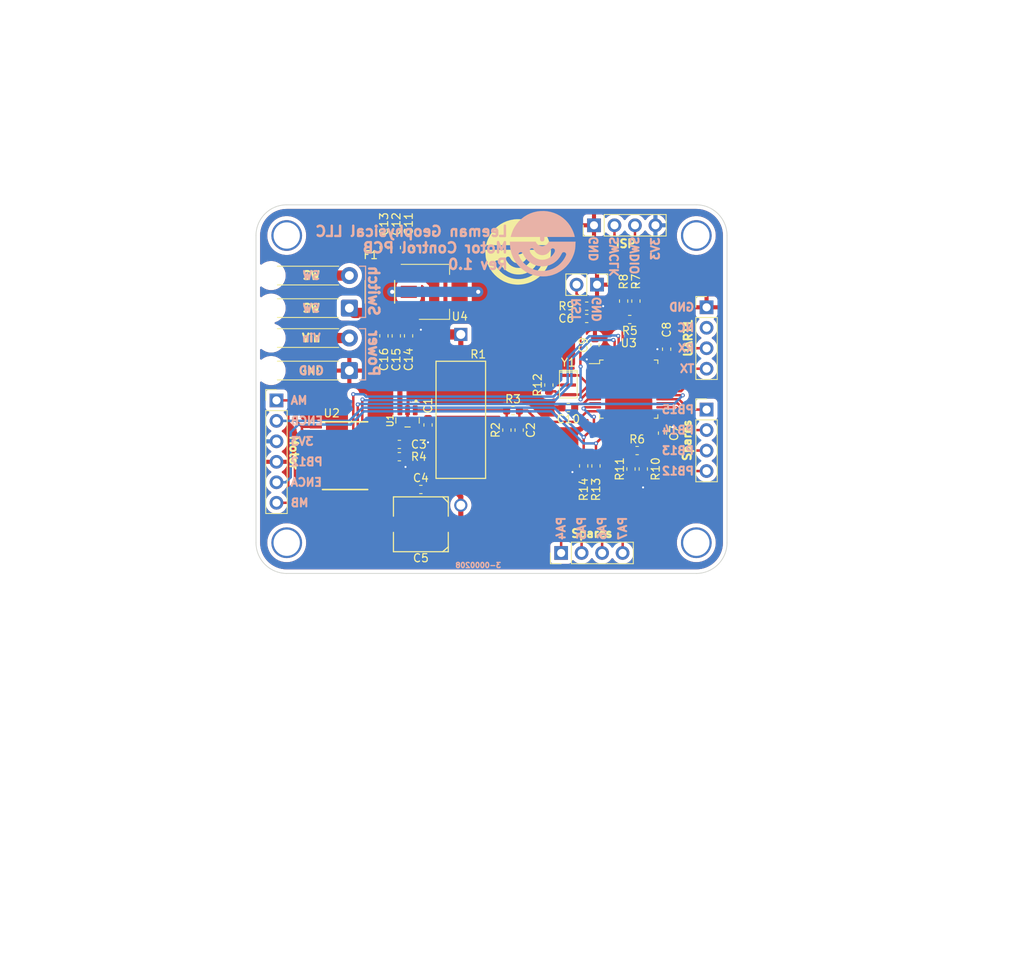
<source format=kicad_pcb>
(kicad_pcb (version 20211014) (generator pcbnew)
  (title_block (title "Motor PCB - NSSL EFM") (date "2024-03-26") (rev "1.0") (company "Leeman Geophysical LLC") (comment 1 "(479) 373-3736") (comment 2 "Gentry, AR 72734") (comment 3 "23830 West AR Highway 12"))
  (layers (0 "F.Cu" signal) (31 "B.Cu" signal) (34 "B.Paste" user) (35 "F.Paste" user) (36 "B.SilkS" user "B.Silkscreen") (37 "F.SilkS" user "F.Silkscreen") (38 "B.Mask" user) (39 "F.Mask" user) (44 "Edge.Cuts" user))
  (net 0 "")
  (net 1 "+3V3")
  (net 2 "Net-(C4-Pad2)")
  (net 3 "GND")
  (net 4 "Current_Sense")
  (net 5 "/microcontroller/Reset")
  (net 6 "Net-(F1-Pad1)")
  (net 7 "Motor_Encoder_B")
  (net 8 "+BATT")
  (net 9 "Motor_Encoder_A")
  (net 10 "Net-(J1-Pad6)")
  (net 12 "Net-(J7-Pad2)")
  (net 13 "Net-(J1-Pad1)")
  (net 14 "/microcontroller/SWCLK")
  (net 15 "/microcontroller/SWDIO")
  (net 16 "Net-(J4-Pad1)")
  (net 17 "Net-(J4-Pad2)")
  (net 18 "Net-(J4-Pad3)")
  (net 19 "Net-(J4-Pad4)")
  (net 20 "Net-(J5-Pad4)")
  (net 21 "Net-(J5-Pad3)")
  (net 22 "Net-(J5-Pad2)")
  (net 23 "Net-(J5-Pad1)")
  (net 24 "UART1_TX")
  (net 25 "UART1_RX")
  (net 26 "Net-(R4-Pad2)")
  (net 27 "Net-(R5-Pad2)")
  (net 28 "Net-(R2-Pad1)")
  (net 29 "Net-(R10-Pad2)")
  (net 30 "Net-(R12-Pad2)")
  (net 34 "/microcontroller/Boot0")
  (net 35 "/microcontroller/Boot1")
  (net 36 "Net-(R12-Pad1)")
  (net 41 "DriverAin1")
  (net 42 "DriverAin2")
  (net 43 "DriverPWM")
  (footprint "mechanical:MountingHole_imperial4" (layer "F.Cu") (at 168.91 118.11)
    (fp_text reference "H1" hide)
    (fp_text value "Imperial4")
  )
  (footprint "mechanical:MountingHole_imperial4" (layer "F.Cu") (at 118.11 118.11)
    (fp_text reference "H2" hide)
    (fp_text value "Imperial4")
  )
  (footprint "mechanical:MountingHole_imperial4" (layer "F.Cu") (at 168.91 80.01)
    (fp_text reference "H3" hide)
    (fp_text value "Imperial4")
  )
  (footprint "mechanical:MountingHole_imperial4" (layer "F.Cu") (at 118.11 80.01)
    (fp_text reference "H4" hide)
    (fp_text value "Imperial4")
  )
  (footprint "capacitors_0603:1-0000007" (layer "F.Cu") (at 164.719 104.521 -90)
    (fp_text reference "C7")
    (fp_text value "1-0000007")
  )
  (footprint "capacitors_0603:1-0000007" (layer "F.Cu") (at 134.747 111.506)
    (fp_text reference "C4")
    (fp_text value "1-0000007")
  )
  (footprint "np_connectors:PinHeader_1x04_P2.54mm_Vertical" (layer "F.Cu") (at 170.18 101.6)
    (fp_text reference "J4" hide)
    (fp_text value "NP_Conn_01x04")
  )
  (footprint "capacitors_0603:1-0000018" (layer "F.Cu") (at 131.699 81.5085 90)
    (fp_text reference "C12")
    (fp_text value "1-0000018")
  )
  (footprint "mechanical:Fiducial_1mm_Mask2mm" (layer "F.Cu") (at 163.83 119.38)
    (fp_text reference "FID2" hide)
    (fp_text value "Fiducial_1mm_2mm")
  )
  (footprint "capacitors_0603:1-0000018" (layer "F.Cu") (at 155.321 90.297)
    (fp_text reference "C6")
    (fp_text value "1-0000018")
  )
  (footprint "np_connectors:PinHeader_1x04_P2.54mm_Vertical" (layer "F.Cu") (at 152.146 119.38 90)
    (fp_text reference "J5" hide)
    (fp_text value "NP_Conn_01x04")
  )
  (footprint "capacitors_0603:1-0000007" (layer "F.Cu") (at 133.223 92.456 -90)
    (fp_text reference "C14")
    (fp_text value "1-0000007")
  )
  (footprint "resistors_0603:1-0000010" (layer "F.Cu") (at 145.415 104.14 -90)
    (fp_text reference "R2")
    (fp_text value "1-0000010")
  )
  (footprint "capacitors_0603:1-0000007" (layer "F.Cu") (at 130.175 81.5085 90)
    (fp_text reference "C13")
    (fp_text value "1-0000007")
  )
  (footprint "misc:barepcb" (layer "F.Cu") (at 162.941 170.18)
    (fp_text reference "PCB1")
    (fp_text value "barepcb")
  )
  (footprint "np_connectors:PinHeader_1x04_P2.54mm_Vertical" (layer "F.Cu") (at 156.22 78.74 90)
    (fp_text reference "J3" hide)
    (fp_text value "NP_Conn_01x04")
  )
  (footprint "np_connectors:SolderWire_1x02_Relief" (layer "F.Cu") (at 126.475 86.941 -90)
    (fp_text reference "J8" hide)
    (fp_text value "NP_Conn_01x02_Relief")
  )
  (footprint "np_connectors:PinHeader_1x04_P2.54mm_Vertical" (layer "F.Cu") (at 170.18 88.91)
    (fp_text reference "J6" hide)
    (fp_text value "NP_Conn_01x04")
  )
  (footprint "crystals_resonators:1-0000721" (layer "F.Cu") (at 153.035 98.552 -90)
    (fp_text reference "Y1")
    (fp_text value "1-0000721")
  )
  (footprint "resistors_0603:1-0000006" (layer "F.Cu") (at 150.622 98.552 -90)
    (fp_text reference "R12")
    (fp_text value "1-0000006")
  )
  (footprint "capacitors_0603:1-0000005" (layer "F.Cu") (at 133.223 81.5085 90)
    (fp_text reference "C11")
    (fp_text value "1-0000005")
  )
  (footprint "resistors_0603:1-0000009" (layer "F.Cu") (at 146.177 101.727)
    (fp_text reference "R3")
    (fp_text value "1-0000009")
  )
  (footprint "resistors_0603:1-0000010" (layer "F.Cu") (at 156.464 108.585 90)
    (fp_text reference "R13")
    (fp_text value "1-0000010")
  )
  (footprint "resistors_0603:1-0000006" (layer "F.Cu") (at 161.417 88.138 -90)
    (fp_text reference "R7")
    (fp_text value "1-0000006")
  )
  (footprint "resistors_0603:1-0000010" (layer "F.Cu") (at 132.08 107.442 180)
    (fp_text reference "R4")
    (fp_text value "1-0000010")
  )
  (footprint "np_connectors:SolderWire_1x02_Relief" (layer "F.Cu") (at 126.475 94.688 -90)
    (fp_text reference "J7" hide)
    (fp_text value "NP_Conn_01x02_Relief")
  )
  (footprint "np_connectors:PinHeader_1x06_P2.54mm_Vertical" (layer "F.Cu") (at 116.84 100.457)
    (fp_text reference "J1" hide)
    (fp_text value "NP_Conn_01x06")
  )
  (footprint "capacitors:1-0000176" (layer "F.Cu") (at 134.747 115.824 -90)
    (fp_text reference "C5")
    (fp_text value "1-0000176")
  )
  (footprint "regulators:1-0000196" (layer "F.Cu") (at 136.398 86.995)
    (fp_text reference "U4")
    (fp_text value "1-0000196")
  )
  (footprint "capacitors_0603:1-0000018" (layer "F.Cu") (at 131.699 92.456 -90)
    (fp_text reference "C15")
    (fp_text value "1-0000018")
  )
  (footprint "resistors_0603:1-0000006" (layer "F.Cu") (at 160.8075 108.966 -90)
    (fp_text reference "R11")
    (fp_text value "1-0000006")
  )
  (footprint "capacitors_0603:1-0000007" (layer "F.Cu") (at 135.636 103.505 90)
    (fp_text reference "C1")
    (fp_text value "1-0000007")
  )
  (footprint "resistors_0603:1-0000010" (layer "F.Cu") (at 155.321 88.773 180)
    (fp_text reference "R9")
    (fp_text value "1-0000010")
  )
  (footprint "resistors_0603:1-0000006" (layer "F.Cu") (at 162.3315 108.966 90)
    (fp_text reference "R10")
    (fp_text value "1-0000006")
  )
  (footprint "resistors_0603:1-0000174" (layer "F.Cu") (at 160.655 90.424)
    (fp_text reference "R5")
    (fp_text value "1-0000174")
  )
  (footprint "others:1-0000452" (layer "F.Cu") (at 133.096 102.955 -90)
    (fp_text reference "U1")
    (fp_text value "1-0000452")
  )
  (footprint "microcontrollers:1-0000207" (layer "F.Cu") (at 160.528 99.06)
    (fp_text reference "U3")
    (fp_text value "1-0000207")
  )
  (footprint "resistors_0603:1-0000010" (layer "F.Cu") (at 154.94 108.585 90)
    (fp_text reference "R14")
    (fp_text value "1-0000010")
  )
  (footprint "capacitors_0603:1-0000007" (layer "F.Cu") (at 153.035 101.346 180)
    (fp_text reference "C10")
    (fp_text value "1-0000007")
  )
  (footprint "capacitors_0603:1-0000007" (layer "F.Cu") (at 156.337 93.599 90)
    (fp_text reference "C9")
    (fp_text value "1-0000007")
  )
  (footprint "capacitors_0603:1-0000007" (layer "F.Cu") (at 165.227 94.107 90)
    (fp_text reference "C8")
    (fp_text value "1-0000007")
  )
  (footprint "resistors_0603:1-0000174" (layer "F.Cu") (at 161.5695 106.68)
    (fp_text reference "R6")
    (fp_text value "1-0000174")
  )
  (footprint "resistors:1-0001546" (layer "F.Cu") (at 139.7 92.2782 -90)
    (fp_text reference "R1")
    (fp_text value "1-0001546" hide)
  )
  (footprint "capacitors_0603:1-0000005" (layer "F.Cu") (at 130.166 92.456 -90)
    (fp_text reference "C16")
    (fp_text value "1-0000005")
  )
  (footprint "pcb_graphics:PCB Logo Standard" (layer "F.Cu") (at 146.812 82.042)
    (fp_text reference "G***" hide)
    (fp_text value "LOGO" hide)
  )
  (footprint "resistors_0603:1-0000006" (layer "F.Cu") (at 159.893 88.138 90)
    (fp_text reference "R8")
    (fp_text value "1-0000006")
  )
  (footprint "motor_drivers:1-0001532" (layer "F.Cu") (at 125.349 107.315)
    (fp_text reference "U2")
    (fp_text value "1-0001532")
  )
  (footprint "fuses:1-0001547" (layer "F.Cu") (at 129.667 86.995 90)
    (fp_text reference "F1")
    (fp_text value "1-0001547" hide)
  )
  (footprint "capacitors_0603:1-0000007" (layer "F.Cu") (at 146.939 104.14 -90)
    (fp_text reference "C2")
    (fp_text value "1-0000007")
  )
  (footprint "np_connectors:PinHeader_1x02_P2.54mm_Vertical" (layer "F.Cu") (at 156.596 86.106 -90)
    (fp_text reference "J2" hide)
    (fp_text value "NP_Conn_01x02")
  )
  (footprint "capacitors_0603:1-0000007" (layer "F.Cu") (at 132.08 105.918 180)
    (fp_text reference "C3")
    (fp_text value "1-0000007")
  )
  (footprint "mechanical:Fiducial_1mm_Mask2mm" (layer "F.Cu") (at 123.19 78.74)
    (fp_text reference "FID1" hide)
    (fp_text value "Fiducial_1mm_2mm")
  )
  (footprint "pcb_graphics:PCB Logo Standard" (layer "B.Cu") (at 149.86 81.026 180)
    (fp_text reference "G***" hide)
    (fp_text value "LOGO" hide)
  )
  (gr_line (start 127.889 83.82) (end 127.889 90.17) (layer "B.SilkS") (width 0.15))
  (gr_line (start 127.889 97.917) (end 127.127 97.917) (layer "B.SilkS") (width 0.15))
  (gr_line (start 127.127 91.567) (end 127.889 91.567) (layer "B.SilkS") (width 0.15))
  (gr_line (start 127.889 90.17) (end 127.127 90.17) (layer "B.SilkS") (width 0.15))
  (gr_line (start 127.889 91.567) (end 127.889 97.917) (layer "B.SilkS") (width 0.15))
  (gr_line (start 127.127 83.82) (end 127.889 83.82) (layer "B.SilkS") (width 0.15))
  (gr_line (start 114.3 118.11) (end 114.300001 80.010001) (layer "Edge.Cuts") (width 0.1))
  (gr_arc (start 114.300001 80.010001) (mid 115.415924 77.315924) (end 118.110001 76.200001) (layer "Edge.Cuts") (width 0.1))
  (gr_arc (start 118.11 121.92) (mid 115.415923 120.804077) (end 114.3 118.11) (layer "Edge.Cuts") (width 0.1))
  (gr_arc (start 172.72 118.11) (mid 171.604077 120.804077) (end 168.91 121.92) (layer "Edge.Cuts") (width 0.1))
  (gr_arc (start 168.91 76.2) (mid 171.604077 77.315923) (end 172.72 80.01) (layer "Edge.Cuts") (width 0.1))
  (gr_line (start 118.110001 76.200001) (end 168.91 76.2) (layer "Edge.Cuts") (width 0.1))
  (gr_line (start 172.72 80.01) (end 172.72 118.11) (layer "Edge.Cuts") (width 0.1))
  (gr_line (start 168.91 121.92) (end 118.11 121.92) (layer "Edge.Cuts") (width 0.1))
  (gr_text "SWCLK" (at 158.75 82.6262 90) (layer "B.SilkS") (effects (font (size 1 1) (thickness 0.25)) (justify mirror)))
  (gr_text "PB12" (at 166.624 109.22) (layer "B.SilkS") (effects (font (size 1 1) (thickness 0.25)) (justify mirror)))
  (gr_text "GND" (at 121.158 96.774) (layer "B.SilkS") (effects (font (size 1 1) (thickness 0.25)) (justify mirror)))
  (gr_text "PA4" (at 152.146 116.332 90) (layer "B.SilkS") (effects (font (size 1 1) (thickness 0.25)) (justify mirror)))
  (gr_text "MA" (at 119.634 100.457) (layer "B.SilkS") (effects (font (size 1 1) (thickness 0.25)) (justify mirror)))
  (gr_text "Vin" (at 121.158 92.71) (layer "B.SilkS") (effects (font (size 1 1) (thickness 0.25)) (justify mirror)))
  (gr_text "PA7" (at 159.766 116.332 90) (layer "B.SilkS") (effects (font (size 1 1) (thickness 0.25)) (justify mirror)))
  (gr_text "Switch" (at 128.905 86.868 270) (layer "B.SilkS") (effects (font (size 1.27 1.27) (thickness 0.3175)) (justify mirror)))
  (gr_text "GND" (at 167.092381 88.9) (layer "B.SilkS") (effects (font (size 1 1) (thickness 0.25)) (justify mirror)))
  (gr_text "ENCB" (at 120.61019 102.997) (layer "B.SilkS") (effects (font (size 1 1) (thickness 0.25)) (justify mirror)))
  (gr_text "SW" (at 121.158 89.027) (layer "B.SilkS") (effects (font (size 1 1) (thickness 0.25)) (justify mirror)))
  (gr_text "SW" (at 121.158 84.963) (layer "B.SilkS") (effects (font (size 1 1) (thickness 0.25)) (justify mirror)))
  (gr_text "MB" (at 119.705428 113.157) (layer "B.SilkS") (effects (font (size 1 1) (thickness 0.25)) (justify mirror)))
  (gr_text "GND" (at 156.591 89.154 90) (layer "B.SilkS") (effects (font (size 1 1) (thickness 0.25)) (justify mirror)))
  (gr_text "TX" (at 167.759048 96.52) (layer "B.SilkS") (effects (font (size 1 1) (thickness 0.25)) (justify mirror)))
  (gr_text "SWDIO" (at 161.29 82.4738 90) (layer "B.SilkS") (effects (font (size 1 1) (thickness 0.25)) (justify mirror)))
  (gr_text "PA5" (at 154.686 116.332 90) (layer "B.SilkS") (effects (font (size 1 1) (thickness 0.25)) (justify mirror)))
  (gr_text "PB13" (at 166.624 106.68) (layer "B.SilkS") (effects (font (size 1 1) (thickness 0.25)) (justify mirror)))
  (gr_text "RX" (at 167.64 93.98) (layer "B.SilkS") (effects (font (size 1 1) (thickness 0.25)) (justify mirror)))
  (gr_text "ENCA" (at 120.538762 110.617) (layer "B.SilkS") (effects (font (size 1 1) (thickness 0.25)) (justify mirror)))
  (gr_text "RST" (at 154.051 89.154 90) (layer "B.SilkS") (effects (font (size 1 1) (thickness 0.25)) (justify mirror)))
  (gr_text "PB15" (at 166.624 101.6) (layer "B.SilkS") (effects (font (size 1 1) (thickness 0.25)) (justify mirror)))
  (gr_text "NC" (at 167.592381 91.44) (layer "B.SilkS") (effects (font (size 1 1) (thickness 0.25)) (justify mirror)))
  (gr_text "GND" (at 156.21 81.661 90) (layer "B.SilkS") (effects (font (size 1 1) (thickness 0.25)) (justify mirror)))
  (gr_text "PB14" (at 166.624 104.14) (layer "B.SilkS") (effects (font (size 1 1) (thickness 0.25)) (justify mirror)))
  (gr_text "Power" (at 128.905 94.615 270) (layer "B.SilkS") (effects (font (size 1.27 1.27) (thickness 0.3175)) (justify mirror)))
  (gr_text "3-0000208" (at 141.859 120.904) (layer "B.SilkS") (effects (font (size 0.635 0.635) (thickness 0.15875)) (justify mirror)))
  (gr_text "3V3" (at 163.83 81.661 90) (layer "B.SilkS") (effects (font (size 1 1) (thickness 0.25)) (justify mirror)))
  (gr_text "PA6" (at 157.226 116.332 90) (layer "B.SilkS") (effects (font (size 1 1) (thickness 0.25)) (justify mirror)))
  (gr_text "PB12" (at 120.586381 108.077) (layer "B.SilkS") (effects (font (size 1 1) (thickness 0.25)) (justify mirror)))
  (gr_text "Leeman Geophysical LLC\nMotor Control PCB\nRev 1.0" (at 145.669 81.534) (layer "B.SilkS") (effects (font (size 1.27 1.27) (thickness 0.3)) (justify left mirror)))
  (gr_text "3V3" (at 120.014952 105.537) (layer "B.SilkS") (effects (font (size 1 1) (thickness 0.25)) (justify mirror)))
  (gr_text "SW" (at 121.158 89.027) (layer "F.SilkS") (effects (font (size 1 1) (thickness 0.25))))
  (gr_text "GND" (at 121.158 96.774) (layer "F.SilkS") (effects (font (size 1 1) (thickness 0.25))))
  (gr_text "ISP" (at 160.147 81.026) (layer "F.SilkS") (effects (font (size 1 1) (thickness 0.25))))
  (gr_text "Motor" (at 118.999 106.934 270) (layer "F.SilkS") (effects (font (size 1 1) (thickness 0.25))))
  (gr_text "Vin" (at 121.158 92.71) (layer "F.SilkS") (effects (font (size 1 1) (thickness 0.25))))
  (gr_text "Spares" (at 167.767 105.41 90) (layer "F.SilkS") (effects (font (size 1 1) (thickness 0.25))))
  (gr_text "Spares" (at 155.956 116.967) (layer "F.SilkS") (effects (font (size 1 1) (thickness 0.25))))
  (gr_text "UART1" (at 167.894 92.71 90) (layer "F.SilkS") (effects (font (size 1 1) (thickness 0.25))))
  (gr_text "SW" (at 121.158 84.963) (layer "F.SilkS") (effects (font (size 1 1) (thickness 0.25))))
  (segment (start 134.7215 91.6685) (end 134.747 91.694) (width 0.3048) (layer "F.Cu") (net 1))
  (segment (start 156.3115 94.3865) (end 156.337 94.3865) (width 0.3048) (layer "F.Cu") (net 1))
  (segment (start 164.719 103.7335) (end 165.9635 103.7335) (width 0.3048) (layer "F.Cu") (net 1))
  (segment (start 131.699 91.6685) (end 130.166 91.6685) (width 0.3048) (layer "F.Cu") (net 1))
  (segment (start 135.636 104.2925) (end 134.1285 104.2925) (width 0.3048) (layer "F.Cu") (net 1))
  (segment (start 164.6905 96.31) (end 164.6905 95.983375) (width 0.3048) (layer "F.Cu") (net 1))
  (segment (start 164.4395 94.107) (end 165.227 94.8945) (width 0.3048) (layer "F.Cu") (net 1))
  (segment (start 133.248 89.295) (end 133.248 91.6435) (width 0.3048) (layer "F.Cu") (net 1))
  (segment (start 161.417 87.3505) (end 161.417 85.979) (width 0.3048) (layer "F.Cu") (net 1))
  (segment (start 154.8892 100.8888) (end 154.2797 100.8888) (width 0.3048) (layer "F.Cu") (net 1))
  (segment (start 162.3315 111.2265) (end 162.306 111.252) (width 0.3048) (layer "F.Cu") (net 1))
  (segment (start 134.1285 104.2925) (end 134.046 104.21) (width 0.3048) (layer "F.Cu") (net 1))
  (segment (start 162.3315 109.7535) (end 162.3315 111.2265) (width 0.3048) (layer "F.Cu") (net 1))
  (segment (start 156.3655 100.31) (end 155.468 100.31) (width 0.3048) (layer "F.Cu") (net 1))
  (segment (start 130.0705 106.34) (end 128.974 106.34) (width 0.3048) (layer "F.Cu") (net 1))
  (segment (start 132.8675 107.442) (end 132.8675 108.6865) (width 0.3048) (layer "F.Cu") (net 1))
  (segment (start 165.9635 103.7335) (end 165.989 103.759) (width 0.3048) (layer "F.Cu") (net 1))
  (segment (start 156.848 94.8975) (end 156.337 94.3865) (width 0.3048) (layer "F.Cu") (net 1))
  (segment (start 131.2925 105.918) (end 130.4925 105.918) (width 0.3048) (layer "F.Cu") (net 1))
  (segment (start 164.208 103.2225) (end 164.719 103.7335) (width 0.3048) (layer "F.Cu") (net 1))
  (segment (start 133.248 91.6435) (end 133.223 91.6685) (width 0.3048) (layer "F.Cu") (net 1))
  (segment (start 153.8225 101.346) (end 153.8225 102.3365) (width 0.3048) (layer "F.Cu") (net 1))
  (segment (start 131.2925 105.918) (end 131.3435 105.918) (width 0.3048) (layer "F.Cu") (net 1))
  (segment (start 154.94 109.3725) (end 153.5685 109.3725) (width 0.3048) (layer "F.Cu") (net 1))
  (segment (start 155.468 100.31) (end 154.8892 100.8888) (width 0.3048) (layer "F.Cu") (net 1))
  (segment (start 133.223 91.6685) (end 131.699 91.6685) (width 0.3048) (layer "F.Cu") (net 1))
  (segment (start 135.636 104.2925) (end 135.636 105.664) (width 0.3048) (layer "F.Cu") (net 1))
  (segment (start 132.8675 108.6865) (end 132.842 108.712) (width 0.3048) (layer "F.Cu") (net 1))
  (segment (start 155.321 95.377) (end 156.3115 94.3865) (width 0.3048) (layer "F.Cu") (net 1))
  (segment (start 163.278 103.2225) (end 164.208 103.2225) (width 0.3048) (layer "F.Cu") (net 1))
  (segment (start 133.223 91.6685) (end 134.7215 91.6685) (width 0.3048) (layer "F.Cu") (net 1))
  (segment (start 153.5685 109.3725) (end 153.543 109.347) (width 0.3048) (layer "F.Cu") (net 1))
  (segment (start 156.464 109.3725) (end 154.94 109.3725) (width 0.3048) (layer "F.Cu") (net 1))
  (segment (start 153.8225 102.3365) (end 153.67 102.489) (width 0.3048) (layer "F.Cu") (net 1))
  (segment (start 165.227 95.446875) (end 165.227 94.8945) (width 0.3048) (layer "F.Cu") (net 1))
  (segment (start 131.3435 105.918) (end 132.8675 107.442) (width 0.3048) (layer "F.Cu") (net 1))
  (segment (start 130.4925 105.918) (end 130.0705 106.34) (width 0.3048) (layer "F.Cu") (net 1))
  (segment (start 164.6905 95.983375) (end 165.227 95.446875) (width 0.3048) (layer "F.Cu") (net 1))
  (segment (start 164.084 94.107) (end 164.4395 94.107) (width 0.3048) (layer "F.Cu") (net 1))
  (segment (start 154.2797 100.8888) (end 153.8225 101.346) (width 0.3048) (layer "F.Cu") (net 1))
  (segment (start 157.778 94.8975) (end 156.848 94.8975) (width 0.3048) (layer "F.Cu") (net 1))
  (segment (start 156.1085 88.773) (end 157.353 88.773) (width 0.3048) (layer "F.Cu") (net 1))
  (via (at 132.842 108.712) (size 0.508) (drill 0.254) (layers "F.Cu" "B.Cu") (net 1))
  (via (at 155.321 95.377) (size 0.508) (drill 0.254) (layers "F.Cu" "B.Cu") (net 1))
  (via (at 135.636 105.664) (size 0.508) (drill 0.254) (layers "F.Cu" "B.Cu") (net 1))
  (via (at 157.353 88.773) (size 0.508) (drill 0.254) (layers "F.Cu" "B.Cu") (net 1))
  (via (at 164.084 94.107) (size 0.508) (drill 0.254) (layers "F.Cu" "B.Cu") (net 1))
  (via (at 165.989 103.759) (size 0.508) (drill 0.254) (layers "F.Cu" "B.Cu") (net 1))
  (via (at 153.67 102.489) (size 0.508) (drill 0.254) (layers "F.Cu" "B.Cu") (net 1))
  (via (at 161.417 85.979) (size 0.508) (drill 0.254) (layers "F.Cu" "B.Cu") (net 1))
  (via (at 134.747 91.694) (size 0.508) (drill 0.254) (layers "F.Cu" "B.Cu") (net 1))
  (via (at 162.306 111.252) (size 0.508) (drill 0.254) (layers "F.Cu" "B.Cu") (net 1))
  (via (at 153.543 109.347) (size 0.508) (drill 0.254) (layers "F.Cu" "B.Cu") (net 1))
  (segment (start 139.7 115.443) (end 139.319 115.824) (width 0.635) (layer "F.Cu") (net 2))
  (segment (start 131.045 103.74) (end 131.515 104.21) (width 0.3048) (layer "F.Cu") (net 2))
  (segment (start 139.7 113.4618) (end 139.7 115.443) (width 0.635) (layer "F.Cu") (net 2))
  (segment (start 132.146 104.21) (end 132.531 104.21) (width 0.508) (layer "F.Cu") (net 2))
  (segment (start 134.2645 105.9435) (end 134.2645 110.236) (width 0.508) (layer "F.Cu") (net 2))
  (segment (start 130.81 110.744) (end 130.81 110.236) (width 0.3048) (layer "F.Cu") (net 2))
  (segment (start 128.974 103.74) (end 131.045 103.74) (width 0.3048) (layer "F.Cu") (net 2))
  (segment (start 139.7 112.395) (end 139.7 113.4618) (width 0.635) (layer "F.Cu") (net 2))
  (segment (start 139.319 115.824) (end 137.447 115.824) (width 0.635) (layer "F.Cu") (net 2))
  (segment (start 130.81 110.236) (end 134.2645 110.236) (width 0.3048) (layer "F.Cu") (net 2))
  (segment (start 128.974 110.24) (end 130.806 110.24) (width 0.3048) (layer "F.Cu") (net 2))
  (segment (start 130.664 110.89) (end 130.81 110.744) (width 0.3048) (layer "F.Cu") (net 2))
  (segment (start 138.811 111.506) (end 139.7 112.395) (width 0.635) (layer "F.Cu") (net 2))
  (segment (start 130.806 110.24) (end 130.81 110.236) (width 0.3048) (layer "F.Cu") (net 2))
  (segment (start 135.5345 111.506) (end 134.2645 110.236) (width 0.635) (layer "F.Cu") (net 2))
  (segment (start 128.974 110.89) (end 130.664 110.89) (width 0.3048) (layer "F.Cu") (net 2))
  (segment (start 132.531 104.21) (end 134.2645 105.9435) (width 0.508) (layer "F.Cu") (net 2))
  (segment (start 135.5345 111.506) (end 138.811 111.506) (width 0.635) (layer "F.Cu") (net 2))
  (segment (start 131.515 104.21) (end 132.146 104.21) (width 0.3048) (layer "F.Cu") (net 2))
  (segment (start 120.549 108.94) (end 121.724 108.94) (width 0.3048) (layer "F.Cu") (net 3))
  (segment (start 166.4208 96.4692) (end 166.0372 96.8528) (width 0.3048) (layer "F.Cu") (net 3))
  (segment (start 132.8675 105.918) (end 133.7057 106.7562) (width 0.3048) (layer "F.Cu") (net 3))
  (segment (start 131.953 109.601) (end 129.992 107.64) (width 0.3048) (layer "F.Cu") (net 3))
  (segment (start 166.4208 94.0308) (end 166.4208 96.4692) (width 0.3048) (layer "F.Cu") (net 3))
  (segment (start 120.269 105.167) (end 120.269 105.537) (width 0.3048) (layer "F.Cu") (net 3))
  (segment (start 133.248 86.995) (end 131.191 86.995) (width 1.27) (layer "F.Cu") (net 3))
  (segment (start 165.227 93.3195) (end 165.7095 93.3195) (width 0.3048) (layer "F.Cu") (net 3))
  (segment (start 158.278 93.889) (end 157.861 93.472) (width 0.3048) (layer "F.Cu") (net 3))
  (segment (start 133.7057 106.7562) (end 133.7057 109.1183) (width 0.3048) (layer "F.Cu") (net 3))
  (segment (start 120.396 105.04) (end 120.269 105.167) (width 0.3048) (layer "F.Cu") (net 3))
  (segment (start 120.512 109.59) (end 120.396 109.474) (width 0.3048) (layer "F.Cu") (net 3))
  (segment (start 158.278 94.8975) (end 158.278 93.889) (width 0.3048) (layer "F.Cu") (net 3))
  (segment (start 121.724 109.59) (end 120.512 109.59) (width 0.3048) (layer "F.Cu") (net 3))
  (segment (start 164.6905 96.81) (end 163.485 96.81) (width 0.3048) (layer "F.Cu") (net 3))
  (segment (start 120.269 105.537) (end 120.422 105.69) (width 0.3048) (layer "F.Cu") (net 3))
  (segment (start 156.3655 99.81) (end 157.873 99.81) (width 0.3048) (layer "F.Cu") (net 3))
  (segment (start 120.422 105.69) (end 121.724 105.69) (width 0.3048) (layer "F.Cu") (net 3))
  (segment (start 153.035 98.552) (end 149.733 98.552) (width 0.3048) (layer "F.Cu") (net 3))
  (segment (start 129.992 107.64) (end 128.974 107.64) (width 0.3048) (layer "F.Cu") (net 3))
  (segment (start 164.7333 96.8528) (end 164.6905 96.81) (width 0.3048) (layer "F.Cu") (net 3))
  (segment (start 166.0372 96.8528) (end 164.7333 96.8528) (width 0.3048) (layer "F.Cu") (net 3))
  (segment (start 133.223 109.601) (end 131.953 109.601) (width 0.3048) (layer "F.Cu") (net 3))
  (segment (start 158.278 99.405) (end 158.278 94.8975) (width 0.3048) (layer "F.Cu") (net 3))
  (segment (start 157.873 99.81) (end 158.278 99.405) (width 0.3048) (layer "F.Cu") (net 3))
  (segment (start 133.7057 109.1183) (end 133.223 109.601) (width 0.3048) (layer "F.Cu") (net 3))
  (segment (start 120.396 109.474) (end 120.396 109.093) (width 0.3048) (layer "F.Cu") (net 3))
  (segment (start 121.724 105.04) (end 120.396 105.04) (width 0.3048) (layer "F.Cu") (net 3))
  (segment (start 165.7095 93.3195) (end 166.4208 94.0308) (width 0.3048) (layer "F.Cu") (net 3))
  (segment (start 128.974 107.64) (end 127.31 107.64) (width 0.3048) (layer "F.Cu") (net 3))
  (segment (start 162.778 103.2225) (end 162.778 104.485) (width 0.3048) (layer "F.Cu") (net 3))
  (segment (start 120.396 109.093) (end 120.549 108.94) (width 0.3048) (layer "F.Cu") (net 3))
  (via (at 131.191 86.995) (size 1.016) (drill 0.508) (layers "F.Cu" "B.Cu") (net 3))
  (via (at 141.859 86.995) (size 1.016) (drill 0.508) (layers "F.Cu" "B.Cu") (net 3))
  (segment (start 131.191 86.995) (end 141.859 86.995) (width 1.27) (layer "B.Cu") (net 3))
  (segment (start 154.051 103.124) (end 149.352 103.124) (width 0.3048) (layer "F.Cu") (net 4))
  (segment (start 155.365 101.81) (end 154.051 103.124) (width 0.3048) (layer "F.Cu") (net 4))
  (segment (start 149.352 103.124) (end 147.955 101.727) (width 0.3048) (layer "F.Cu") (net 4))
  (segment (start 146.9645 101.727) (end 146.9645 103.327) (width 0.3048) (layer "F.Cu") (net 4))
  (segment (start 156.3655 101.81) (end 155.365 101.81) (width 0.3048) (layer "F.Cu") (net 4))
  (segment (start 146.9645 103.327) (end 146.939 103.3525) (width 0.3048) (layer "F.Cu") (net 4))
  (segment (start 147.955 101.727) (end 146.9645 101.727) (width 0.3048) (layer "F.Cu") (net 4))
  (segment (start 155.579 99.31) (end 156.3655 99.31) (width 0.3048) (layer "F.Cu") (net 5))
  (segment (start 154.559 100.33) (end 155.579 99.31) (width 0.3048) (layer "F.Cu") (net 5))
  (segment (start 154.5335 88.773) (end 154.5335 90.297) (width 0.3048) (layer "F.Cu") (net 5))
  (segment (start 154.5335 90.297) (end 154.5335 96.2405) (width 0.3048) (layer "F.Cu") (net 5))
  (segment (start 154.559 88.7475) (end 154.5335 88.773) (width 0.3048) (layer "F.Cu") (net 5))
  (segment (start 154.559 87.757) (end 154.559 88.7475) (width 0.3048) (layer "F.Cu") (net 5))
  (segment (start 154.5335 96.2405) (end 154.559 96.266) (width 0.3048) (layer "F.Cu") (net 5))
  (segment (start 154.056 87.254) (end 154.559 87.757) (width 0.3048) (layer "F.Cu") (net 5))
  (segment (start 154.056 86.106) (end 154.056 87.254) (width 0.3048) (layer "F.Cu") (net 5))
  (via (at 154.559 96.266) (size 0.508) (drill 0.254) (layers "F.Cu" "B.Cu") (net 5))
  (via (at 154.559 100.33) (size 0.508) (drill 0.254) (layers "F.Cu" "B.Cu") (net 5))
  (segment (start 154.559 96.266) (end 154.559 100.33) (width 0.3048) (layer "B.Cu") (net 5))
  (segment (start 125.879 89.013) (end 126.4772 89.6112) (width 1.27) (layer "F.Cu") (net 6))
  (segment (start 126.4772 89.6112) (end 129.667 89.6112) (width 1.27) (layer "F.Cu") (net 6))
  (segment (start 154.94 105.029) (end 156.21 103.759) (width 0.3048) (layer "F.Cu") (net 7))
  (segment (start 154.94 107.7975) (end 154.94 105.029) (width 0.3048) (layer "F.Cu") (net 7))
  (segment (start 155.075443 101.31) (end 156.3655 101.31) (width 0.3048) (layer "F.Cu") (net 7))
  (segment (start 156.21 103.759) (end 156.21 102.489) (width 0.3048) (layer "F.Cu") (net 7))
  (segment (start 154.924931 101.460512) (end 155.075443 101.31) (width 0.3048) (layer "F.Cu") (net 7))
  (via (at 156.21 102.489) (size 0.508) (drill 0.254) (layers "F.Cu" "B.Cu") (net 7))
  (via (at 154.924931 101.460512) (size 0.508) (drill 0.254) (layers "F.Cu" "B.Cu") (net 7))
  (via (at 154.94 105.029) (size 0.508) (drill 0.254) (layers "F.Cu" "B.Cu") (net 7))
  (segment (start 127.495088 101.358912) (end 125.857 102.997) (width 0.3048) (layer "B.Cu") (net 7))
  (segment (start 155.953419 102.489) (end 154.924931 101.460512) (width 0.3048) (layer "B.Cu") (net 7))
  (segment (start 125.857 102.997) (end 116.84 102.997) (width 0.3048) (layer "B.Cu") (net 7))
  (segment (start 156.21 102.489) (end 155.953419 102.489) (width 0.3048) (layer "B.Cu") (net 7))
  (segment (start 154.94 105.029) (end 151.269912 101.358912) (width 0.3048) (layer "B.Cu") (net 7))
  (segment (start 151.269912 101.358912) (end 127.495088 101.358912) (width 0.3048) (layer "B.Cu") (net 7))
  (segment (start 133.223 84.67) (end 133.248 84.695) (width 1.27) (layer "F.Cu") (net 8))
  (segment (start 130.175 82.296) (end 133.223 82.296) (width 1.27) (layer "F.Cu") (net 8))
  (segment (start 135.114 84.695) (end 133.248 84.695) (width 1.27) (layer "F.Cu") (net 8))
  (segment (start 129.667 82.804) (end 130.175 82.296) (width 1.27) (layer "F.Cu") (net 8))
  (segment (start 136.398 85.979) (end 135.114 84.695) (width 1.27) (layer "F.Cu") (net 8))
  (segment (start 136.398 91.059) (end 136.398 85.979) (width 1.27) (layer "F.Cu") (net 8))
  (segment (start 139.7 92.2782) (end 137.6172 92.2782) (width 1.27) (layer "F.Cu") (net 8))
  (segment (start 132.146 98.613) (end 133.604 97.155) (width 0.635) (layer "F.Cu") (net 8))
  (segment (start 133.604 97.155) (end 138.303 97.155) (width 0.635) (layer "F.Cu") (net 8))
  (segment (start 133.223 82.296) (end 133.223 84.67) (width 1.27) (layer "F.Cu") (net 8))
  (segment (start 139.7 95.758) (end 139.7 92.2782) (width 0.635) (layer "F.Cu") (net 8))
  (segment (start 138.303 97.155) (end 139.7 95.758) (width 0.635) (layer "F.Cu") (net 8))
  (segment (start 132.146 101.7) (end 132.146 98.613) (width 0.635) (layer "F.Cu") (net 8))
  (segment (start 137.6172 92.2782) (end 136.398 91.059) (width 1.27) (layer "F.Cu") (net 8))
  (segment (start 129.667 84.3788) (end 129.667 82.804) (width 1.27) (layer "F.Cu") (net 8))
  (segment (start 157.778 103.2225) (end 157.778 104.477) (width 0.3048) (layer "F.Cu") (net 9))
  (segment (start 157.778 104.477) (end 156.464 105.791) (width 0.3048) (layer "F.Cu") (net 9))
  (segment (start 156.464 105.791) (end 156.464 107.7975) (width 0.3048) (layer "F.Cu") (net 9))
  (via (at 156.464 105.791) (size 0.508) (drill 0.254) (layers "F.Cu" "B.Cu") (net 9))
  (segment (start 154.911737 105.791) (end 150.936849 101.816112) (width 0.3048) (layer "B.Cu") (net 9))
  (segment (start 117.983 110.617) (end 116.84 110.617) (width 0.3048) (layer "B.Cu") (net 9))
  (segment (start 119.5578 103.4542) (end 118.618 104.394) (width 0.3048) (layer "B.Cu") (net 9))
  (segment (start 118.618 104.394) (end 118.618 109.982) (width 0.3048) (layer "B.Cu") (net 9))
  (segment (start 118.618 109.982) (end 117.983 110.617) (width 0.3048) (layer "B.Cu") (net 9))
  (segment (start 156.464 105.791) (end 154.911737 105.791) (width 0.3048) (layer "B.Cu") (net 9))
  (segment (start 150.936849 101.816112) (end 127.684466 101.816112) (width 0.3048) (layer "B.Cu") (net 9))
  (segment (start 126.046378 103.4542) (end 119.5578 103.4542) (width 0.3048) (layer "B.Cu") (net 9))
  (segment (start 127.684466 101.816112) (end 126.046378 103.4542) (width 0.3048) (layer "B.Cu") (net 9))
  (segment (start 120.213 106.609) (end 120.213 106.99) (width 0.3048) (layer "F.Cu") (net 10))
  (segment (start 121.724 106.34) (end 120.482 106.34) (width 0.3048) (layer "F.Cu") (net 10))
  (segment (start 119.126 112.268) (end 119.126 108.077) (width 0.3048) (layer "F.Cu") (net 10))
  (segment (start 120.482 106.34) (end 120.213 106.609) (width 0.3048) (layer "F.Cu") (net 10))
  (segment (start 118.237 113.157) (end 119.126 112.268) (width 0.3048) (layer "F.Cu") (net 10))
  (segment (start 119.126 108.077) (end 120.213 106.99) (width 0.3048) (layer "F.Cu") (net 10))
  (segment (start 120.213 106.99) (end 121.724 106.99) (width 0.3048) (layer "F.Cu") (net 10))
  (segment (start 116.84 113.157) (end 118.237 113.157) (width 0.3048) (layer "F.Cu") (net 10))
  (segment (start 123.063 85.979) (end 123.063 91.694) (width 1.27) (layer "F.Cu") (net 12))
  (segment (start 125.879 84.977) (end 124.065 84.977) (width 1.27) (layer "F.Cu") (net 12))
  (segment (start 123.063 91.694) (end 124.093 92.724) (width 1.27) (layer "F.Cu") (net 12))
  (segment (start 124.065 84.977) (end 123.063 85.979) (width 1.27) (layer "F.Cu") (net 12))
  (segment (start 124.093 92.724) (end 125.879 92.724) (width 1.27) (layer "F.Cu") (net 12))
  (segment (start 118.364 100.457) (end 116.84 100.457) (width 0.3048) (layer "F.Cu") (net 13))
  (segment (start 119.126 102.87) (end 119.126 101.219) (width 0.3048) (layer "F.Cu") (net 13))
  (segment (start 119.996 103.74) (end 119.126 102.87) (width 0.3048) (layer "F.Cu") (net 13))
  (segment (start 120.265 104.39) (end 121.724 104.39) (width 0.3048) (layer "F.Cu") (net 13))
  (segment (start 119.126 101.219) (end 118.364 100.457) (width 0.3048) (layer "F.Cu") (net 13))
  (segment (start 119.996 103.74) (end 119.996 104.121) (width 0.3048) (layer "F.Cu") (net 13))
  (segment (start 119.996 104.121) (end 120.265 104.39) (width 0.3048) (layer "F.Cu") (net 13))
  (segment (start 121.724 103.74) (end 119.996 103.74) (width 0.3048) (layer "F.Cu") (net 13))
  (segment (start 158.76 80.02) (end 158.76 78.74) (width 0.3048) (layer "F.Cu") (net 14))
  (segment (start 163.278 82.898578) (end 161.024422 80.645) (width 0.3048) (layer "F.Cu") (net 14))
  (segment (start 161.024422 80.645) (end 159.385 80.645) (width 0.3048) (layer "F.Cu") (net 14))
  (segment (start 159.385 80.645) (end 158.76 80.02) (width 0.3048) (layer "F.Cu") (net 14))
  (segment (start 163.278 94.8975) (end 163.278 82.898578) (width 0.3048) (layer "F.Cu") (net 14))
  (segment (start 164.338 92.329) (end 163.7352 91.7262) (width 0.3048) (layer "F.Cu") (net 15))
  (segment (start 163.735199 82.709199) (end 161.3 80.274) (width 0.3048) (layer "F.Cu") (net 15))
  (segment (start 161.3 80.274) (end 161.3 78.74) (width 0.3048) (layer "F.Cu") (net 15))
  (segment (start 166.878 96.658578) (end 166.878 93.218) (width 0.3048) (layer "F.Cu") (net 15))
  (segment (start 166.226578 97.31) (end 166.878 96.658578) (width 0.3048) (layer "F.Cu") (net 15))
  (segment (start 163.7352 91.7262) (end 163.735199 82.709199) (width 0.3048) (layer "F.Cu") (net 15))
  (segment (start 166.878 93.218) (end 165.989 92.329) (width 0.3048) (layer "F.Cu") (net 15))
  (segment (start 164.6905 97.31) (end 166.226578 97.31) (width 0.3048) (layer "F.Cu") (net 15))
  (segment (start 165.989 92.329) (end 164.338 92.329) (width 0.3048) (layer "F.Cu") (net 15))
  (segment (start 166.731 100.31) (end 168.021 101.6) (width 0.3048) (layer "F.Cu") (net 16))
  (segment (start 164.6905 100.31) (end 166.731 100.31) (width 0.3048) (layer "F.Cu") (net 16))
  (segment (start 168.021 101.6) (end 170.18 101.6) (width 0.3048) (layer "F.Cu") (net 16))
  (segment (start 167.894 102.119578) (end 167.894 103.632) (width 0.3048) (layer "F.Cu") (net 17))
  (segment (start 168.402 104.14) (end 170.18 104.14) (width 0.3048) (layer "F.Cu") (net 17))
  (segment (start 164.6905 100.81) (end 166.584422 100.81) (width 0.3048) (layer "F.Cu") (net 17))
  (segment (start 166.584422 100.81) (end 167.894 102.119578) (width 0.3048) (layer "F.Cu") (net 17))
  (segment (start 167.894 103.632) (end 168.402 104.14) (width 0.3048) (layer "F.Cu") (net 17))
  (segment (start 167.4368 105.8418) (end 168.275 106.68) (width 0.3048) (layer "F.Cu") (net 18))
  (segment (start 168.275 106.68) (end 170.18 106.68) (width 0.3048) (layer "F.Cu") (net 18))
  (segment (start 167.4368 102.308956) (end 167.4368 105.8418) (width 0.3048) (layer "F.Cu") (net 18))
  (segment (start 166.437844 101.31) (end 167.4368 102.308956) (width 0.3048) (layer "F.Cu") (net 18))
  (segment (start 164.6905 101.31) (end 166.437844 101.31) (width 0.3048) (layer "F.Cu") (net 18))
  (segment (start 164.6905 101.81) (end 166.291266 101.81) (width 0.3048) (layer "F.Cu") (net 19))
  (segment (start 168.021 109.22) (end 170.18 109.22) (width 0.3048) (layer "F.Cu") (net 19))
  (segment (start 166.9796 108.1786) (end 168.021 109.22) (width 0.3048) (layer "F.Cu") (net 19))
  (segment (start 166.291266 101.81) (end 166.9796 102.498334) (width 0.3048) (layer "F.Cu") (net 19))
  (segment (start 166.9796 102.498334) (end 166.9796 108.1786) (width 0.3048) (layer "F.Cu") (net 19))
  (segment (start 159.778 103.2225) (end 159.778 119.368) (width 0.3048) (layer "F.Cu") (net 20))
  (segment (start 159.778 119.368) (end 159.766 119.38) (width 0.3048) (layer "F.Cu") (net 20))
  (segment (start 157.226 117.983) (end 157.226 119.38) (width 0.3048) (layer "F.Cu") (net 21))
  (segment (start 159.278 103.2225) (end 159.278 115.931) (width 0.3048) (layer "F.Cu") (net 21))
  (segment (start 159.278 115.931) (end 157.226 117.983) (width 0.3048) (layer "F.Cu") (net 21))
  (segment (start 157.214422 117.348) (end 158.778 115.784422) (width 0.3048) (layer "F.Cu") (net 22))
  (segment (start 158.778 115.784422) (end 158.778 103.2225) (width 0.3048) (layer "F.Cu") (net 22))
  (segment (start 154.686 119.38) (end 154.686 117.856) (width 0.3048) (layer "F.Cu") (net 22))
  (segment (start 154.686 117.856) (end 155.194 117.348) (width 0.3048) (layer "F.Cu") (net 22))
  (segment (start 155.194 117.348) (end 157.214422 117.348) (width 0.3048) (layer "F.Cu") (net 22))
  (segment (start 158.278 103.2225) (end 158.278 115.637844) (width 0.3048) (layer "F.Cu") (net 23))
  (segment (start 158.278 115.637844) (end 157.025044 116.8908) (width 0.3048) (layer "F.Cu") (net 23))
  (segment (start 157.025044 116.8908) (end 153.1112 116.8908) (width 0.3048) (layer "F.Cu") (net 23))
  (segment (start 152.146 117.856) (end 152.146 119.38) (width 0.3048) (layer "F.Cu") (net 23))
  (segment (start 153.1112 116.8908) (end 152.146 117.856) (width 0.3048) (layer "F.Cu") (net 23))
  (segment (start 168.0972 98.233378) (end 168.0972 96.9518) (width 0.3048) (layer "F.Cu") (net 24))
  (segment (start 168.0972 96.9518) (end 168.529 96.52) (width 0.3048) (layer "F.Cu") (net 24))
  (segment (start 168.539 96.53) (end 170.18 96.53) (width 0.3048) (layer "F.Cu") (net 24))
  (segment (start 167.020578 99.31) (end 168.0972 98.233378) (width 0.3048) (layer "F.Cu") (net 24))
  (segment (start 164.6905 99.31) (end 167.020578 99.31) (width 0.3048) (layer "F.Cu") (net 24))
  (segment (start 168.529 96.52) (end 168.539 96.53) (width 0.3048) (layer "F.Cu") (net 24))
  (segment (start 168.92 93.99) (end 170.18 93.99) (width 0.3048) (layer "F.Cu") (net 25))
  (segment (start 164.6905 98.81) (end 166.874 98.81) (width 0.3048) (layer "F.Cu") (net 25))
  (segment (start 166.874 98.81) (end 167.64 98.044) (width 0.3048) (layer "F.Cu") (net 25))
  (segment (start 168.91 93.98) (end 168.92 93.99) (width 0.3048) (layer "F.Cu") (net 25))
  (segment (start 167.64 98.044) (end 167.64 95.25) (width 0.3048) (layer "F.Cu") (net 25))
  (segment (start 167.64 95.25) (end 168.91 93.98) (width 0.3048) (layer "F.Cu") (net 25))
  (segment (start 128.974 106.99) (end 130.104 106.99) (width 0.3048) (layer "F.Cu") (net 26))
  (segment (start 130.104 106.99) (end 130.556 107.442) (width 0.3048) (layer "F.Cu") (net 26))
  (segment (start 130.556 107.442) (end 131.2925 107.442) (width 0.3048) (layer "F.Cu") (net 26))
  (segment (start 161.4425 90.424) (end 161.4425 88.951) (width 0.3048) (layer "F.Cu") (net 27))
  (segment (start 161.4425 88.951) (end 161.417 88.9255) (width 0.3048) (layer "F.Cu") (net 27))
  (segment (start 161.417 88.9255) (end 159.893 88.9255) (width 0.3048) (layer "F.Cu") (net 27))
  (segment (start 145.3625 101.7) (end 145.3895 101.727) (width 0.3048) (layer "F.Cu") (net 28))
  (segment (start 134.046 101.7) (end 145.3625 101.7) (width 0.3048) (layer "F.Cu") (net 28))
  (segment (start 145.3895 103.327) (end 145.415 103.3525) (width 0.3048) (layer "F.Cu") (net 28))
  (segment (start 145.3895 101.727) (end 145.3895 103.327) (width 0.3048) (layer "F.Cu") (net 28))
  (segment (start 160.8075 108.1785) (end 162.3315 108.1785) (width 0.3048) (layer "F.Cu") (net 29))
  (segment (start 162.357 106.68) (end 162.357 108.153) (width 0.3048) (layer "F.Cu") (net 29))
  (segment (start 162.357 108.153) (end 162.3315 108.1785) (width 0.3048) (layer "F.Cu") (net 29))
  (segment (start 156.3615 98.806) (end 156.3655 98.81) (width 0.3048) (layer "F.Cu") (net 30))
  (segment (start 155.321 98.806) (end 156.3615 98.806) (width 0.3048) (layer "F.Cu") (net 30))
  (segment (start 151.822 99.752) (end 151.4095 99.3395) (width 0.3048) (layer "F.Cu") (net 30))
  (segment (start 153.035 99.752) (end 151.822 99.752) (width 0.3048) (layer "F.Cu") (net 30))
  (segment (start 154.375 99.752) (end 155.321 98.806) (width 0.3048) (layer "F.Cu") (net 30))
  (segment (start 151.4095 99.3395) (end 150.622 99.3395) (width 0.3048) (layer "F.Cu") (net 30))
  (segment (start 153.035 99.752) (end 154.375 99.752) (width 0.3048) (layer "F.Cu") (net 30))
  (segment (start 159.8675 90.424) (end 159.778 90.5135) (width 0.3048) (layer "F.Cu") (net 34))
  (segment (start 159.778 90.5135) (end 159.778 94.8975) (width 0.3048) (layer "F.Cu") (net 34))
  (segment (start 160.782 106.68) (end 160.782 103.2265) (width 0.3048) (layer "F.Cu") (net 35))
  (segment (start 160.782 103.2265) (end 160.778 103.2225) (width 0.3048) (layer "F.Cu") (net 35))
  (segment (start 154.375 97.352) (end 155.333 98.31) (width 0.3048) (layer "F.Cu") (net 36))
  (segment (start 155.333 98.31) (end 156.3655 98.31) (width 0.3048) (layer "F.Cu") (net 36))
  (segment (start 151.822 97.352) (end 151.4095 97.7645) (width 0.3048) (layer "F.Cu") (net 36))
  (segment (start 151.4095 97.7645) (end 150.622 97.7645) (width 0.3048) (layer "F.Cu") (net 36))
  (segment (start 153.035 97.352) (end 154.375 97.352) (width 0.3048) (layer "F.Cu") (net 36))
  (segment (start 153.035 97.352) (end 151.822 97.352) (width 0.3048) (layer "F.Cu") (net 36))
  (segment (start 127.788 105.69) (end 128.974 105.69) (width 0.3048) (layer "F.Cu") (net 41))
  (segment (start 159.2197 92.456) (end 159.278 92.5143) (width 0.3048) (layer "F.Cu") (net 41))
  (segment (start 126.365 104.267) (end 127.788 105.69) (width 0.3048) (layer "F.Cu") (net 41))
  (segment (start 159.278 92.5143) (end 159.278 94.8975) (width 0.3048) (layer "F.Cu") (net 41))
  (segment (start 126.365 99.695) (end 126.365 104.267) (width 0.3048) (layer "F.Cu") (net 41))
  (via (at 126.365 99.695) (size 0.508) (drill 0.254) (layers "F.Cu" "B.Cu") (net 41))
  (via (at 159.2197 92.456) (size 0.508) (drill 0.254) (layers "F.Cu" "B.Cu") (net 41))
  (segment (start 159.1689 92.4052) (end 158.3436 92.4052) (width 0.3048) (layer "B.Cu") (net 41))
  (segment (start 158.242 92.5068) (end 155.611359 92.5068) (width 0.3048) (layer "B.Cu") (net 41))
  (segment (start 159.2197 92.456) (end 159.1689 92.4052) (width 0.3048) (layer "B.Cu") (net 41))
  (segment (start 151.20711 99.987312) (end 127.942163 99.987312) (width 0.3048) (layer "B.Cu") (net 41))
  (segment (start 152.9588 98.235622) (end 151.20711 99.987312) (width 0.3048) (layer "B.Cu") (net 41))
  (segment (start 158.3436 92.4052) (end 158.242 92.5068) (width 0.3048) (layer "B.Cu") (net 41))
  (segment (start 155.611359 92.5068) (end 152.958801 95.159358) (width 0.3048) (layer "B.Cu") (net 41))
  (segment (start 152.958801 95.159358) (end 152.9588 98.235622) (width 0.3048) (layer "B.Cu") (net 41))
  (segment (start 127.942163 99.987312) (end 127.649851 99.695) (width 0.3048) (layer "B.Cu") (net 41))
  (segment (start 127.649851 99.695) (end 126.365 99.695) (width 0.3048) (layer "B.Cu") (net 41))
  (segment (start 126.9233 103.9998) (end 127.9635 105.04) (width 0.3048) (layer "F.Cu") (net 42))
  (segment (start 164.6905 99.81) (end 167.20388 99.81) (width 0.3048) (layer "F.Cu") (net 42))
  (segment (start 167.20388 99.81) (end 167.223858 99.829978) (width 0.3048) (layer "F.Cu") (net 42))
  (segment (start 126.9233 100.965) (end 126.9233 103.9998) (width 0.3048) (layer "F.Cu") (net 42))
  (segment (start 127.9635 105.04) (end 128.974 105.04) (width 0.3048) (layer "F.Cu") (net 42))
  (via (at 167.223858 99.829978) (size 0.508) (drill 0.254) (layers "F.Cu" "B.Cu") (net 42))
  (via (at 126.9233 100.965) (size 0.508) (drill 0.254) (layers "F.Cu" "B.Cu") (net 42))
  (segment (start 166.152124 100.901712) (end 167.223858 99.829978) (width 0.3048) (layer "B.Cu") (net 42))
  (segment (start 126.9233 100.965) (end 126.986588 100.901712) (width 0.3048) (layer "B.Cu") (net 42))
  (segment (start 126.986588 100.901712) (end 166.152124 100.901712) (width 0.3048) (layer "B.Cu") (net 42))
  (segment (start 127.4821 100.369312) (end 127.4821 103.8093) (width 0.3048) (layer "F.Cu") (net 43))
  (segment (start 158.778 94.8975) (end 158.778 93.119) (width 0.3048) (layer "F.Cu") (net 43))
  (segment (start 158.778 93.119) (end 158.623 92.964) (width 0.3048) (layer "F.Cu") (net 43))
  (segment (start 128.0628 104.39) (end 128.974 104.39) (width 0.3048) (layer "F.Cu") (net 43))
  (segment (start 127.508 100.343412) (end 127.4821 100.369312) (width 0.3048) (layer "F.Cu") (net 43))
  (segment (start 127.4821 103.8093) (end 128.0628 104.39) (width 0.3048) (layer "F.Cu") (net 43))
  (via (at 158.623 92.964) (size 0.508) (drill 0.254) (layers "F.Cu" "B.Cu") (net 43))
  (via (at 127.508 100.343412) (size 0.508) (drill 0.254) (layers "F.Cu" "B.Cu") (net 43))
  (segment (start 158.623 92.964) (end 155.800737 92.964) (width 0.3048) (layer "B.Cu") (net 43))
  (segment (start 127.6091 100.444512) (end 127.508 100.343412) (width 0.3048) (layer "B.Cu") (net 43))
  (segment (start 151.396488 100.444512) (end 127.6091 100.444512) (width 0.3048) (layer "B.Cu") (net 43))
  (segment (start 153.416 98.425) (end 151.396488 100.444512) (width 0.3048) (layer "B.Cu") (net 43))
  (segment (start 153.416 95.348737) (end 153.416 98.425) (width 0.3048) (layer "B.Cu") (net 43))
  (segment (start 155.800737 92.964) (end 153.416 95.348737) (width 0.3048) (layer "B.Cu") (net 43))
  (zone (net 3) (net_name "GND") (layer "F.Cu") (connect_pads (clearance 0.508)) (min_thickness 0.254) (fill yes (thermal_gap 0.508) (thermal_bridge_width 0.508))
    (polygon (pts (xy 209.55 146.05) (xy 88.9 146.05) (xy 88.9 50.8) (xy 209.55 50.8)))
  )
  (zone (net 1) (net_name "+3V3") (layer "B.Cu") (connect_pads (clearance 0.508)) (min_thickness 0.254) (fill yes (thermal_gap 0.508) (thermal_bridge_width 0.508))
    (polygon (pts (xy 203.2 146.05) (xy 82.55 146.05) (xy 82.55 50.8) (xy 203.2 50.8)))
  )
)
</source>
